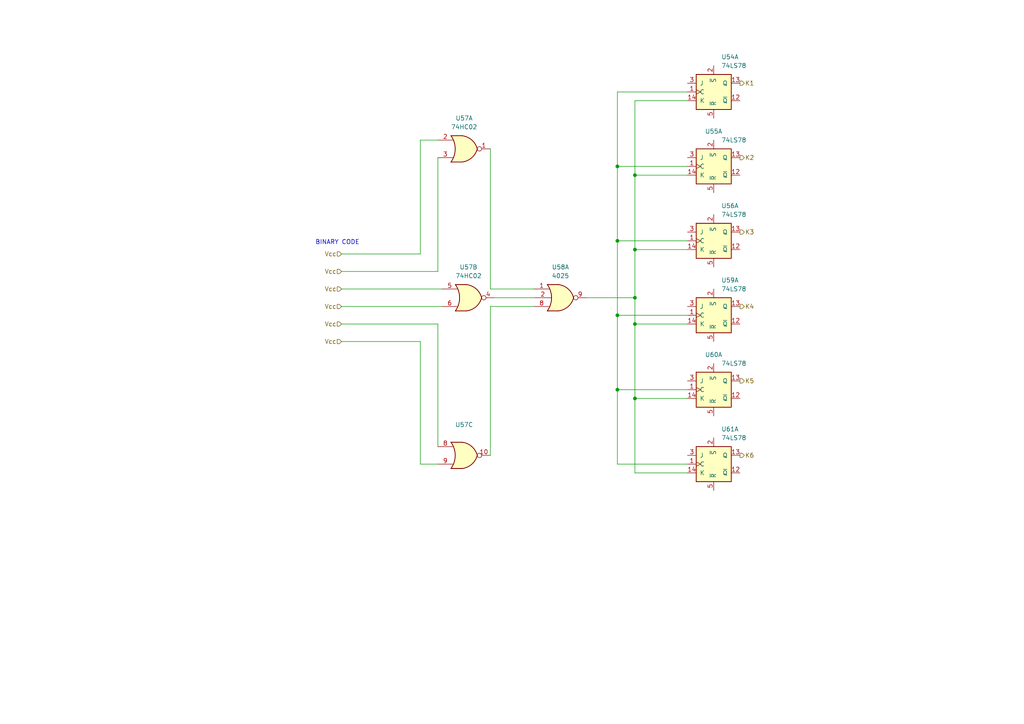
<source format=kicad_sch>
(kicad_sch (version 20230121) (generator eeschema)

  (uuid d9b49627-c6a7-4016-8b04-3270d41b248d)

  (paper "A4")

  (lib_symbols
    (symbol "4xxx:4025" (pin_names (offset 1.016)) (in_bom yes) (on_board yes)
      (property "Reference" "U" (at 0 1.27 0)
        (effects (font (size 1.27 1.27)))
      )
      (property "Value" "4025" (at 0 -1.27 0)
        (effects (font (size 1.27 1.27)))
      )
      (property "Footprint" "" (at 0 0 0)
        (effects (font (size 1.27 1.27)) hide)
      )
      (property "Datasheet" "http://www.intersil.com/content/dam/Intersil/documents/cd40/cd4000bms-01bms-02bms-25bms.pdf" (at 0 0 0)
        (effects (font (size 1.27 1.27)) hide)
      )
      (property "ki_locked" "" (at 0 0 0)
        (effects (font (size 1.27 1.27)))
      )
      (property "ki_keywords" "CMOS Nor3" (at 0 0 0)
        (effects (font (size 1.27 1.27)) hide)
      )
      (property "ki_description" "Triple Nor 3 inputs" (at 0 0 0)
        (effects (font (size 1.27 1.27)) hide)
      )
      (property "ki_fp_filters" "DIP?14*" (at 0 0 0)
        (effects (font (size 1.27 1.27)) hide)
      )
      (symbol "4025_1_1"
        (arc (start -3.81 -3.81) (mid -2.589 0) (end -3.81 3.81)
          (stroke (width 0.254) (type default))
          (fill (type none))
        )
        (arc (start -0.6096 -3.81) (mid 2.1842 -2.5851) (end 3.81 0)
          (stroke (width 0.254) (type default))
          (fill (type background))
        )
        (polyline
          (pts
            (xy -3.81 -3.81)
            (xy -0.635 -3.81)
          )
          (stroke (width 0.254) (type default))
          (fill (type background))
        )
        (polyline
          (pts
            (xy -3.81 3.81)
            (xy -0.635 3.81)
          )
          (stroke (width 0.254) (type default))
          (fill (type background))
        )
        (polyline
          (pts
            (xy -0.635 3.81)
            (xy -3.81 3.81)
            (xy -3.81 3.81)
            (xy -3.556 3.4036)
            (xy -3.0226 2.2606)
            (xy -2.6924 1.0414)
            (xy -2.6162 -0.254)
            (xy -2.7686 -1.4986)
            (xy -3.175 -2.7178)
            (xy -3.81 -3.81)
            (xy -3.81 -3.81)
            (xy -0.635 -3.81)
          )
          (stroke (width -25.4) (type default))
          (fill (type background))
        )
        (arc (start 3.81 0) (mid 2.1915 2.5936) (end -0.6096 3.81)
          (stroke (width 0.254) (type default))
          (fill (type background))
        )
        (pin input line (at -7.62 2.54 0) (length 4.318)
          (name "~" (effects (font (size 1.27 1.27))))
          (number "1" (effects (font (size 1.27 1.27))))
        )
        (pin input line (at -7.62 0 0) (length 4.953)
          (name "~" (effects (font (size 1.27 1.27))))
          (number "2" (effects (font (size 1.27 1.27))))
        )
        (pin input line (at -7.62 -2.54 0) (length 4.318)
          (name "~" (effects (font (size 1.27 1.27))))
          (number "8" (effects (font (size 1.27 1.27))))
        )
        (pin output inverted (at 7.62 0 180) (length 3.81)
          (name "~" (effects (font (size 1.27 1.27))))
          (number "9" (effects (font (size 1.27 1.27))))
        )
      )
      (symbol "4025_1_2"
        (arc (start 0 -3.81) (mid 3.7934 0) (end 0 3.81)
          (stroke (width 0.254) (type default))
          (fill (type background))
        )
        (polyline
          (pts
            (xy 0 3.81)
            (xy -3.81 3.81)
            (xy -3.81 -3.81)
            (xy 0 -3.81)
          )
          (stroke (width 0.254) (type default))
          (fill (type background))
        )
        (pin input inverted (at -7.62 2.54 0) (length 3.81)
          (name "~" (effects (font (size 1.27 1.27))))
          (number "1" (effects (font (size 1.27 1.27))))
        )
        (pin input inverted (at -7.62 0 0) (length 3.81)
          (name "~" (effects (font (size 1.27 1.27))))
          (number "2" (effects (font (size 1.27 1.27))))
        )
        (pin input inverted (at -7.62 -2.54 0) (length 3.81)
          (name "~" (effects (font (size 1.27 1.27))))
          (number "8" (effects (font (size 1.27 1.27))))
        )
        (pin output line (at 7.62 0 180) (length 3.81)
          (name "~" (effects (font (size 1.27 1.27))))
          (number "9" (effects (font (size 1.27 1.27))))
        )
      )
      (symbol "4025_2_1"
        (arc (start -3.81 -3.81) (mid -2.589 0) (end -3.81 3.81)
          (stroke (width 0.254) (type default))
          (fill (type none))
        )
        (arc (start -0.6096 -3.81) (mid 2.1842 -2.5851) (end 3.81 0)
          (stroke (width 0.254) (type default))
          (fill (type background))
        )
        (polyline
          (pts
            (xy -3.81 -3.81)
            (xy -0.635 -3.81)
          )
          (stroke (width 0.254) (type default))
          (fill (type background))
        )
        (polyline
          (pts
            (xy -3.81 3.81)
            (xy -0.635 3.81)
          )
          (stroke (width 0.254) (type default))
          (fill (type background))
        )
        (polyline
          (pts
            (xy -0.635 3.81)
            (xy -3.81 3.81)
            (xy -3.81 3.81)
            (xy -3.556 3.4036)
            (xy -3.0226 2.2606)
            (xy -2.6924 1.0414)
            (xy -2.6162 -0.254)
            (xy -2.7686 -1.4986)
            (xy -3.175 -2.7178)
            (xy -3.81 -3.81)
            (xy -3.81 -3.81)
            (xy -0.635 -3.81)
          )
          (stroke (width -25.4) (type default))
          (fill (type background))
        )
        (arc (start 3.81 0) (mid 2.1915 2.5936) (end -0.6096 3.81)
          (stroke (width 0.254) (type default))
          (fill (type background))
        )
        (pin input line (at -7.62 2.54 0) (length 4.318)
          (name "~" (effects (font (size 1.27 1.27))))
          (number "3" (effects (font (size 1.27 1.27))))
        )
        (pin input line (at -7.62 0 0) (length 4.953)
          (name "~" (effects (font (size 1.27 1.27))))
          (number "4" (effects (font (size 1.27 1.27))))
        )
        (pin input line (at -7.62 -2.54 0) (length 4.318)
          (name "~" (effects (font (size 1.27 1.27))))
          (number "5" (effects (font (size 1.27 1.27))))
        )
        (pin output inverted (at 7.62 0 180) (length 3.81)
          (name "~" (effects (font (size 1.27 1.27))))
          (number "6" (effects (font (size 1.27 1.27))))
        )
      )
      (symbol "4025_2_2"
        (arc (start 0 -3.81) (mid 3.7934 0) (end 0 3.81)
          (stroke (width 0.254) (type default))
          (fill (type background))
        )
        (polyline
          (pts
            (xy 0 3.81)
            (xy -3.81 3.81)
            (xy -3.81 -3.81)
            (xy 0 -3.81)
          )
          (stroke (width 0.254) (type default))
          (fill (type background))
        )
        (pin input inverted (at -7.62 2.54 0) (length 3.81)
          (name "~" (effects (font (size 1.27 1.27))))
          (number "3" (effects (font (size 1.27 1.27))))
        )
        (pin input inverted (at -7.62 0 0) (length 3.81)
          (name "~" (effects (font (size 1.27 1.27))))
          (number "4" (effects (font (size 1.27 1.27))))
        )
        (pin input inverted (at -7.62 -2.54 0) (length 3.81)
          (name "~" (effects (font (size 1.27 1.27))))
          (number "5" (effects (font (size 1.27 1.27))))
        )
        (pin output line (at 7.62 0 180) (length 3.81)
          (name "~" (effects (font (size 1.27 1.27))))
          (number "6" (effects (font (size 1.27 1.27))))
        )
      )
      (symbol "4025_3_1"
        (arc (start -3.81 -3.81) (mid -2.589 0) (end -3.81 3.81)
          (stroke (width 0.254) (type default))
          (fill (type none))
        )
        (arc (start -0.6096 -3.81) (mid 2.1842 -2.5851) (end 3.81 0)
          (stroke (width 0.254) (type default))
          (fill (type background))
        )
        (polyline
          (pts
            (xy -3.81 -3.81)
            (xy -0.635 -3.81)
          )
          (stroke (width 0.254) (type default))
          (fill (type background))
        )
        (polyline
          (pts
            (xy -3.81 3.81)
            (xy -0.635 3.81)
          )
          (stroke (width 0.254) (type default))
          (fill (type background))
        )
        (polyline
          (pts
            (xy -0.635 3.81)
            (xy -3.81 3.81)
            (xy -3.81 3.81)
            (xy -3.556 3.4036)
            (xy -3.0226 2.2606)
            (xy -2.6924 1.0414)
            (xy -2.6162 -0.254)
            (xy -2.7686 -1.4986)
            (xy -3.175 -2.7178)
            (xy -3.81 -3.81)
            (xy -3.81 -3.81)
            (xy -0.635 -3.81)
          )
          (stroke (width -25.4) (type default))
          (fill (type background))
        )
        (arc (start 3.81 0) (mid 2.1915 2.5936) (end -0.6096 3.81)
          (stroke (width 0.254) (type default))
          (fill (type background))
        )
        (pin output inverted (at 7.62 0 180) (length 3.81)
          (name "~" (effects (font (size 1.27 1.27))))
          (number "10" (effects (font (size 1.27 1.27))))
        )
        (pin input line (at -7.62 2.54 0) (length 4.318)
          (name "~" (effects (font (size 1.27 1.27))))
          (number "11" (effects (font (size 1.27 1.27))))
        )
        (pin input line (at -7.62 0 0) (length 4.953)
          (name "~" (effects (font (size 1.27 1.27))))
          (number "12" (effects (font (size 1.27 1.27))))
        )
        (pin input line (at -7.62 -2.54 0) (length 4.318)
          (name "~" (effects (font (size 1.27 1.27))))
          (number "13" (effects (font (size 1.27 1.27))))
        )
      )
      (symbol "4025_3_2"
        (arc (start 0 -3.81) (mid 3.7934 0) (end 0 3.81)
          (stroke (width 0.254) (type default))
          (fill (type background))
        )
        (polyline
          (pts
            (xy 0 3.81)
            (xy -3.81 3.81)
            (xy -3.81 -3.81)
            (xy 0 -3.81)
          )
          (stroke (width 0.254) (type default))
          (fill (type background))
        )
        (pin output line (at 7.62 0 180) (length 3.81)
          (name "~" (effects (font (size 1.27 1.27))))
          (number "10" (effects (font (size 1.27 1.27))))
        )
        (pin input inverted (at -7.62 2.54 0) (length 3.81)
          (name "~" (effects (font (size 1.27 1.27))))
          (number "11" (effects (font (size 1.27 1.27))))
        )
        (pin input inverted (at -7.62 0 0) (length 3.81)
          (name "~" (effects (font (size 1.27 1.27))))
          (number "12" (effects (font (size 1.27 1.27))))
        )
        (pin input inverted (at -7.62 -2.54 0) (length 3.81)
          (name "~" (effects (font (size 1.27 1.27))))
          (number "13" (effects (font (size 1.27 1.27))))
        )
      )
      (symbol "4025_4_0"
        (pin power_in line (at 0 12.7 270) (length 5.08)
          (name "VDD" (effects (font (size 1.27 1.27))))
          (number "14" (effects (font (size 1.27 1.27))))
        )
        (pin power_in line (at 0 -12.7 90) (length 5.08)
          (name "VSS" (effects (font (size 1.27 1.27))))
          (number "7" (effects (font (size 1.27 1.27))))
        )
      )
      (symbol "4025_4_1"
        (rectangle (start -5.08 7.62) (end 5.08 -7.62)
          (stroke (width 0.254) (type default))
          (fill (type background))
        )
      )
    )
    (symbol "74xx:74HC02" (pin_names (offset 1.016)) (in_bom yes) (on_board yes)
      (property "Reference" "U" (at 0 1.27 0)
        (effects (font (size 1.27 1.27)))
      )
      (property "Value" "74HC02" (at 0 -1.27 0)
        (effects (font (size 1.27 1.27)))
      )
      (property "Footprint" "" (at 0 0 0)
        (effects (font (size 1.27 1.27)) hide)
      )
      (property "Datasheet" "http://www.ti.com/lit/gpn/sn74hc02" (at 0 0 0)
        (effects (font (size 1.27 1.27)) hide)
      )
      (property "ki_locked" "" (at 0 0 0)
        (effects (font (size 1.27 1.27)))
      )
      (property "ki_keywords" "HCMOS Nor2" (at 0 0 0)
        (effects (font (size 1.27 1.27)) hide)
      )
      (property "ki_description" "quad 2-input NOR gate" (at 0 0 0)
        (effects (font (size 1.27 1.27)) hide)
      )
      (property "ki_fp_filters" "SO14* DIP*W7.62mm*" (at 0 0 0)
        (effects (font (size 1.27 1.27)) hide)
      )
      (symbol "74HC02_1_1"
        (arc (start -3.81 -3.81) (mid -2.589 0) (end -3.81 3.81)
          (stroke (width 0.254) (type default))
          (fill (type none))
        )
        (arc (start -0.6096 -3.81) (mid 2.1842 -2.5851) (end 3.81 0)
          (stroke (width 0.254) (type default))
          (fill (type background))
        )
        (polyline
          (pts
            (xy -3.81 -3.81)
            (xy -0.635 -3.81)
          )
          (stroke (width 0.254) (type default))
          (fill (type background))
        )
        (polyline
          (pts
            (xy -3.81 3.81)
            (xy -0.635 3.81)
          )
          (stroke (width 0.254) (type default))
          (fill (type background))
        )
        (polyline
          (pts
            (xy -0.635 3.81)
            (xy -3.81 3.81)
            (xy -3.81 3.81)
            (xy -3.556 3.4036)
            (xy -3.0226 2.2606)
            (xy -2.6924 1.0414)
            (xy -2.6162 -0.254)
            (xy -2.7686 -1.4986)
            (xy -3.175 -2.7178)
            (xy -3.81 -3.81)
            (xy -3.81 -3.81)
            (xy -0.635 -3.81)
          )
          (stroke (width -25.4) (type default))
          (fill (type background))
        )
        (arc (start 3.81 0) (mid 2.1915 2.5936) (end -0.6096 3.81)
          (stroke (width 0.254) (type default))
          (fill (type background))
        )
        (pin output inverted (at 7.62 0 180) (length 3.81)
          (name "~" (effects (font (size 1.27 1.27))))
          (number "1" (effects (font (size 1.27 1.27))))
        )
        (pin input line (at -7.62 2.54 0) (length 4.318)
          (name "~" (effects (font (size 1.27 1.27))))
          (number "2" (effects (font (size 1.27 1.27))))
        )
        (pin input line (at -7.62 -2.54 0) (length 4.318)
          (name "~" (effects (font (size 1.27 1.27))))
          (number "3" (effects (font (size 1.27 1.27))))
        )
      )
      (symbol "74HC02_1_2"
        (arc (start 0 -3.81) (mid 3.7934 0) (end 0 3.81)
          (stroke (width 0.254) (type default))
          (fill (type background))
        )
        (polyline
          (pts
            (xy 0 3.81)
            (xy -3.81 3.81)
            (xy -3.81 -3.81)
            (xy 0 -3.81)
          )
          (stroke (width 0.254) (type default))
          (fill (type background))
        )
        (pin output line (at 7.62 0 180) (length 3.81)
          (name "~" (effects (font (size 1.27 1.27))))
          (number "1" (effects (font (size 1.27 1.27))))
        )
        (pin input inverted (at -7.62 2.54 0) (length 3.81)
          (name "~" (effects (font (size 1.27 1.27))))
          (number "2" (effects (font (size 1.27 1.27))))
        )
        (pin input inverted (at -7.62 -2.54 0) (length 3.81)
          (name "~" (effects (font (size 1.27 1.27))))
          (number "3" (effects (font (size 1.27 1.27))))
        )
      )
      (symbol "74HC02_2_1"
        (arc (start -3.81 -3.81) (mid -2.589 0) (end -3.81 3.81)
          (stroke (width 0.254) (type default))
          (fill (type none))
        )
        (arc (start -0.6096 -3.81) (mid 2.1842 -2.5851) (end 3.81 0)
          (stroke (width 0.254) (type default))
          (fill (type background))
        )
        (polyline
          (pts
            (xy -3.81 -3.81)
            (xy -0.635 -3.81)
          )
          (stroke (width 0.254) (type default))
          (fill (type background))
        )
        (polyline
          (pts
            (xy -3.81 3.81)
            (xy -0.635 3.81)
          )
          (stroke (width 0.254) (type default))
          (fill (type background))
        )
        (polyline
          (pts
            (xy -0.635 3.81)
            (xy -3.81 3.81)
            (xy -3.81 3.81)
            (xy -3.556 3.4036)
            (xy -3.0226 2.2606)
            (xy -2.6924 1.0414)
            (xy -2.6162 -0.254)
            (xy -2.7686 -1.4986)
            (xy -3.175 -2.7178)
            (xy -3.81 -3.81)
            (xy -3.81 -3.81)
            (xy -0.635 -3.81)
          )
          (stroke (width -25.4) (type default))
          (fill (type background))
        )
        (arc (start 3.81 0) (mid 2.1915 2.5936) (end -0.6096 3.81)
          (stroke (width 0.254) (type default))
          (fill (type background))
        )
        (pin output inverted (at 7.62 0 180) (length 3.81)
          (name "~" (effects (font (size 1.27 1.27))))
          (number "4" (effects (font (size 1.27 1.27))))
        )
        (pin input line (at -7.62 2.54 0) (length 4.318)
          (name "~" (effects (font (size 1.27 1.27))))
          (number "5" (effects (font (size 1.27 1.27))))
        )
        (pin input line (at -7.62 -2.54 0) (length 4.318)
          (name "~" (effects (font (size 1.27 1.27))))
          (number "6" (effects (font (size 1.27 1.27))))
        )
      )
      (symbol "74HC02_2_2"
        (arc (start 0 -3.81) (mid 3.7934 0) (end 0 3.81)
          (stroke (width 0.254) (type default))
          (fill (type background))
        )
        (polyline
          (pts
            (xy 0 3.81)
            (xy -3.81 3.81)
            (xy -3.81 -3.81)
            (xy 0 -3.81)
          )
          (stroke (width 0.254) (type default))
          (fill (type background))
        )
        (pin output line (at 7.62 0 180) (length 3.81)
          (name "~" (effects (font (size 1.27 1.27))))
          (number "4" (effects (font (size 1.27 1.27))))
        )
        (pin input inverted (at -7.62 2.54 0) (length 3.81)
          (name "~" (effects (font (size 1.27 1.27))))
          (number "5" (effects (font (size 1.27 1.27))))
        )
        (pin input inverted (at -7.62 -2.54 0) (length 3.81)
          (name "~" (effects (font (size 1.27 1.27))))
          (number "6" (effects (font (size 1.27 1.27))))
        )
      )
      (symbol "74HC02_3_1"
        (arc (start -3.81 -3.81) (mid -2.589 0) (end -3.81 3.81)
          (stroke (width 0.254) (type default))
          (fill (type none))
        )
        (arc (start -0.6096 -3.81) (mid 2.1842 -2.5851) (end 3.81 0)
          (stroke (width 0.254) (type default))
          (fill (type background))
        )
        (polyline
          (pts
            (xy -3.81 -3.81)
            (xy -0.635 -3.81)
          )
          (stroke (width 0.254) (type default))
          (fill (type background))
        )
        (polyline
          (pts
            (xy -3.81 3.81)
            (xy -0.635 3.81)
          )
          (stroke (width 0.254) (type default))
          (fill (type background))
        )
        (polyline
          (pts
            (xy -0.635 3.81)
            (xy -3.81 3.81)
            (xy -3.81 3.81)
            (xy -3.556 3.4036)
            (xy -3.0226 2.2606)
            (xy -2.6924 1.0414)
            (xy -2.6162 -0.254)
            (xy -2.7686 -1.4986)
            (xy -3.175 -2.7178)
            (xy -3.81 -3.81)
            (xy -3.81 -3.81)
            (xy -0.635 -3.81)
          )
          (stroke (width -25.4) (type default))
          (fill (type background))
        )
        (arc (start 3.81 0) (mid 2.1915 2.5936) (end -0.6096 3.81)
          (stroke (width 0.254) (type default))
          (fill (type background))
        )
        (pin output inverted (at 7.62 0 180) (length 3.81)
          (name "~" (effects (font (size 1.27 1.27))))
          (number "10" (effects (font (size 1.27 1.27))))
        )
        (pin input line (at -7.62 2.54 0) (length 4.318)
          (name "~" (effects (font (size 1.27 1.27))))
          (number "8" (effects (font (size 1.27 1.27))))
        )
        (pin input line (at -7.62 -2.54 0) (length 4.318)
          (name "~" (effects (font (size 1.27 1.27))))
          (number "9" (effects (font (size 1.27 1.27))))
        )
      )
      (symbol "74HC02_3_2"
        (arc (start 0 -3.81) (mid 3.7934 0) (end 0 3.81)
          (stroke (width 0.254) (type default))
          (fill (type background))
        )
        (polyline
          (pts
            (xy 0 3.81)
            (xy -3.81 3.81)
            (xy -3.81 -3.81)
            (xy 0 -3.81)
          )
          (stroke (width 0.254) (type default))
          (fill (type background))
        )
        (pin output line (at 7.62 0 180) (length 3.81)
          (name "~" (effects (font (size 1.27 1.27))))
          (number "10" (effects (font (size 1.27 1.27))))
        )
        (pin input inverted (at -7.62 2.54 0) (length 3.81)
          (name "~" (effects (font (size 1.27 1.27))))
          (number "8" (effects (font (size 1.27 1.27))))
        )
        (pin input inverted (at -7.62 -2.54 0) (length 3.81)
          (name "~" (effects (font (size 1.27 1.27))))
          (number "9" (effects (font (size 1.27 1.27))))
        )
      )
      (symbol "74HC02_4_1"
        (arc (start -3.81 -3.81) (mid -2.589 0) (end -3.81 3.81)
          (stroke (width 0.254) (type default))
          (fill (type none))
        )
        (arc (start -0.6096 -3.81) (mid 2.1842 -2.5851) (end 3.81 0)
          (stroke (width 0.254) (type default))
          (fill (type background))
        )
        (polyline
          (pts
            (xy -3.81 -3.81)
            (xy -0.635 -3.81)
          )
          (stroke (width 0.254) (type default))
          (fill (type background))
        )
        (polyline
          (pts
            (xy -3.81 3.81)
            (xy -0.635 3.81)
          )
          (stroke (width 0.254) (type default))
          (fill (type background))
        )
        (polyline
          (pts
            (xy -0.635 3.81)
            (xy -3.81 3.81)
            (xy -3.81 3.81)
            (xy -3.556 3.4036)
            (xy -3.0226 2.2606)
            (xy -2.6924 1.0414)
            (xy -2.6162 -0.254)
            (xy -2.7686 -1.4986)
            (xy -3.175 -2.7178)
            (xy -3.81 -3.81)
            (xy -3.81 -3.81)
            (xy -0.635 -3.81)
          )
          (stroke (width -25.4) (type default))
          (fill (type background))
        )
        (arc (start 3.81 0) (mid 2.1915 2.5936) (end -0.6096 3.81)
          (stroke (width 0.254) (type default))
          (fill (type background))
        )
        (pin input line (at -7.62 2.54 0) (length 4.318)
          (name "~" (effects (font (size 1.27 1.27))))
          (number "11" (effects (font (size 1.27 1.27))))
        )
        (pin input line (at -7.62 -2.54 0) (length 4.318)
          (name "~" (effects (font (size 1.27 1.27))))
          (number "12" (effects (font (size 1.27 1.27))))
        )
        (pin output inverted (at 7.62 0 180) (length 3.81)
          (name "~" (effects (font (size 1.27 1.27))))
          (number "13" (effects (font (size 1.27 1.27))))
        )
      )
      (symbol "74HC02_4_2"
        (arc (start 0 -3.81) (mid 3.7934 0) (end 0 3.81)
          (stroke (width 0.254) (type default))
          (fill (type background))
        )
        (polyline
          (pts
            (xy 0 3.81)
            (xy -3.81 3.81)
            (xy -3.81 -3.81)
            (xy 0 -3.81)
          )
          (stroke (width 0.254) (type default))
          (fill (type background))
        )
        (pin input inverted (at -7.62 2.54 0) (length 3.81)
          (name "~" (effects (font (size 1.27 1.27))))
          (number "11" (effects (font (size 1.27 1.27))))
        )
        (pin input inverted (at -7.62 -2.54 0) (length 3.81)
          (name "~" (effects (font (size 1.27 1.27))))
          (number "12" (effects (font (size 1.27 1.27))))
        )
        (pin output line (at 7.62 0 180) (length 3.81)
          (name "~" (effects (font (size 1.27 1.27))))
          (number "13" (effects (font (size 1.27 1.27))))
        )
      )
      (symbol "74HC02_5_0"
        (pin power_in line (at 0 12.7 270) (length 5.08)
          (name "VCC" (effects (font (size 1.27 1.27))))
          (number "14" (effects (font (size 1.27 1.27))))
        )
        (pin power_in line (at 0 -12.7 90) (length 5.08)
          (name "GND" (effects (font (size 1.27 1.27))))
          (number "7" (effects (font (size 1.27 1.27))))
        )
      )
      (symbol "74HC02_5_1"
        (rectangle (start -5.08 7.62) (end 5.08 -7.62)
          (stroke (width 0.254) (type default))
          (fill (type background))
        )
      )
    )
    (symbol "74xx:74LS78" (pin_names (offset 1.016)) (in_bom yes) (on_board yes)
      (property "Reference" "U" (at -7.62 8.89 0)
        (effects (font (size 1.27 1.27)))
      )
      (property "Value" "74LS78" (at -7.62 -8.89 0)
        (effects (font (size 1.27 1.27)))
      )
      (property "Footprint" "" (at 0 0 0)
        (effects (font (size 1.27 1.27)) hide)
      )
      (property "Datasheet" "http://www.ti.com/lit/gpn/sn74LS78" (at 0 0 0)
        (effects (font (size 1.27 1.27)) hide)
      )
      (property "ki_locked" "" (at 0 0 0)
        (effects (font (size 1.27 1.27)))
      )
      (property "ki_keywords" "TTL JK JKFF" (at 0 0 0)
        (effects (font (size 1.27 1.27)) hide)
      )
      (property "ki_description" "Dual JK Flip-flop, Set, Common clock & reset" (at 0 0 0)
        (effects (font (size 1.27 1.27)) hide)
      )
      (property "ki_fp_filters" "DIP*W7.62mm*" (at 0 0 0)
        (effects (font (size 1.27 1.27)) hide)
      )
      (symbol "74LS78_1_0"
        (pin input clock (at -7.62 0 0) (length 2.54)
          (name "C" (effects (font (size 1.27 1.27))))
          (number "1" (effects (font (size 1.27 1.27))))
        )
        (pin output line (at 7.62 -2.54 180) (length 2.54)
          (name "~{Q}" (effects (font (size 1.27 1.27))))
          (number "12" (effects (font (size 1.27 1.27))))
        )
        (pin output line (at 7.62 2.54 180) (length 2.54)
          (name "Q" (effects (font (size 1.27 1.27))))
          (number "13" (effects (font (size 1.27 1.27))))
        )
        (pin input line (at -7.62 -2.54 0) (length 2.54)
          (name "K" (effects (font (size 1.27 1.27))))
          (number "14" (effects (font (size 1.27 1.27))))
        )
        (pin input line (at 0 7.62 270) (length 2.54)
          (name "~{S}" (effects (font (size 1.27 1.27))))
          (number "2" (effects (font (size 1.27 1.27))))
        )
        (pin input line (at -7.62 2.54 0) (length 2.54)
          (name "J" (effects (font (size 1.27 1.27))))
          (number "3" (effects (font (size 1.27 1.27))))
        )
        (pin input line (at 0 -7.62 90) (length 2.54)
          (name "~{R}" (effects (font (size 1.27 1.27))))
          (number "5" (effects (font (size 1.27 1.27))))
        )
      )
      (symbol "74LS78_1_1"
        (rectangle (start -5.08 5.08) (end 5.08 -5.08)
          (stroke (width 0.254) (type default))
          (fill (type background))
        )
      )
      (symbol "74LS78_2_0"
        (pin input clock (at -7.62 0 0) (length 2.54)
          (name "C" (effects (font (size 1.27 1.27))))
          (number "1" (effects (font (size 1.27 1.27))))
        )
        (pin input line (at -7.62 2.54 0) (length 2.54)
          (name "J" (effects (font (size 1.27 1.27))))
          (number "10" (effects (font (size 1.27 1.27))))
        )
        (pin input line (at 0 -7.62 90) (length 2.54)
          (name "~{R}" (effects (font (size 1.27 1.27))))
          (number "5" (effects (font (size 1.27 1.27))))
        )
        (pin input line (at 0 7.62 270) (length 2.54)
          (name "~{S}" (effects (font (size 1.27 1.27))))
          (number "6" (effects (font (size 1.27 1.27))))
        )
        (pin input line (at -7.62 -2.54 0) (length 2.54)
          (name "K" (effects (font (size 1.27 1.27))))
          (number "7" (effects (font (size 1.27 1.27))))
        )
        (pin output line (at 7.62 2.54 180) (length 2.54)
          (name "Q" (effects (font (size 1.27 1.27))))
          (number "8" (effects (font (size 1.27 1.27))))
        )
        (pin output line (at 7.62 -2.54 180) (length 2.54)
          (name "~{Q}" (effects (font (size 1.27 1.27))))
          (number "9" (effects (font (size 1.27 1.27))))
        )
      )
      (symbol "74LS78_2_1"
        (rectangle (start -5.08 5.08) (end 5.08 -5.08)
          (stroke (width 0.254) (type default))
          (fill (type background))
        )
      )
      (symbol "74LS78_3_0"
        (pin power_in line (at 0 -10.16 90) (length 2.54)
          (name "GND" (effects (font (size 1.27 1.27))))
          (number "11" (effects (font (size 1.27 1.27))))
        )
        (pin power_in line (at 0 10.16 270) (length 2.54)
          (name "VCC" (effects (font (size 1.27 1.27))))
          (number "4" (effects (font (size 1.27 1.27))))
        )
      )
      (symbol "74LS78_3_1"
        (rectangle (start -5.08 7.62) (end 5.08 -7.62)
          (stroke (width 0.254) (type default))
          (fill (type background))
        )
      )
    )
  )

  (junction (at 179.07 48.26) (diameter 0) (color 0 0 0 0)
    (uuid 08f1582b-c0bf-4724-8e46-8300053ed7eb)
  )
  (junction (at 179.07 69.85) (diameter 0) (color 0 0 0 0)
    (uuid 244c0428-3227-4244-aa47-f965fc30a552)
  )
  (junction (at 184.15 93.98) (diameter 0) (color 0 0 0 0)
    (uuid 250497e1-c320-46c6-81e4-323fd2b02c63)
  )
  (junction (at 179.07 91.44) (diameter 0) (color 0 0 0 0)
    (uuid 3b399d6f-b218-497a-ad5f-511466e60ed0)
  )
  (junction (at 184.15 50.8) (diameter 0) (color 0 0 0 0)
    (uuid 6396be99-28c6-478d-a7bf-18c8b07d377b)
  )
  (junction (at 179.07 113.03) (diameter 0) (color 0 0 0 0)
    (uuid a014f166-b549-4cb0-b38c-ec191159fc92)
  )
  (junction (at 184.15 115.57) (diameter 0) (color 0 0 0 0)
    (uuid bf0da691-541f-430d-a2fb-29934eb180bc)
  )
  (junction (at 184.15 86.36) (diameter 0) (color 0 0 0 0)
    (uuid c79e905e-ef2e-4bd4-9642-3ea4b9928833)
  )
  (junction (at 184.15 72.39) (diameter 0) (color 0 0 0 0)
    (uuid dd4141ee-0c39-47c1-bd71-6bc6ca07ffd2)
  )

  (wire (pts (xy 99.06 88.9) (xy 128.27 88.9))
    (stroke (width 0) (type default))
    (uuid 01299545-e6a9-49ad-9d55-c5c4acad1043)
  )
  (wire (pts (xy 121.92 134.62) (xy 127 134.62))
    (stroke (width 0) (type default))
    (uuid 058a925a-47e1-4b83-bee7-44d5ecb9b6d2)
  )
  (wire (pts (xy 184.15 50.8) (xy 184.15 72.39))
    (stroke (width 0) (type default))
    (uuid 0e4ae9a6-bd85-4ffb-8880-a8138de5b5d1)
  )
  (wire (pts (xy 199.39 26.67) (xy 179.07 26.67))
    (stroke (width 0) (type default))
    (uuid 1281200e-9a55-4969-b0ef-01a16630cc18)
  )
  (wire (pts (xy 99.06 93.98) (xy 127 93.98))
    (stroke (width 0) (type default))
    (uuid 1c82a5a2-c97a-4102-93ab-0f80da87bd01)
  )
  (wire (pts (xy 184.15 72.39) (xy 184.15 86.36))
    (stroke (width 0) (type default))
    (uuid 1cda7d64-fd70-4925-aa4d-73d4f33b2117)
  )
  (wire (pts (xy 179.07 134.62) (xy 199.39 134.62))
    (stroke (width 0) (type default))
    (uuid 1e931088-b0a1-4fdb-8e0a-62e4a1b6635d)
  )
  (wire (pts (xy 142.24 88.9) (xy 154.94 88.9))
    (stroke (width 0) (type default))
    (uuid 1f0eba0a-a608-471a-9323-e9264c27edb7)
  )
  (wire (pts (xy 179.07 91.44) (xy 179.07 113.03))
    (stroke (width 0) (type default))
    (uuid 2ad008a2-8d12-4f09-be86-578b3ac333ec)
  )
  (wire (pts (xy 99.06 73.66) (xy 121.92 73.66))
    (stroke (width 0) (type default))
    (uuid 316ff353-c7bd-432f-94b6-94d0a28e230a)
  )
  (wire (pts (xy 142.24 83.82) (xy 154.94 83.82))
    (stroke (width 0) (type default))
    (uuid 37f745ee-96e8-461a-933f-228d494b9d00)
  )
  (wire (pts (xy 199.39 29.21) (xy 184.15 29.21))
    (stroke (width 0) (type default))
    (uuid 3ccf11da-b227-4578-a1e1-24c31d891b70)
  )
  (wire (pts (xy 184.15 115.57) (xy 184.15 137.16))
    (stroke (width 0) (type default))
    (uuid 3e3736c7-c582-4d09-9e9a-109554447863)
  )
  (wire (pts (xy 184.15 50.8) (xy 199.39 50.8))
    (stroke (width 0) (type default))
    (uuid 588b1ca1-14c6-4ed4-b70b-df3b62590371)
  )
  (wire (pts (xy 99.06 78.74) (xy 127 78.74))
    (stroke (width 0) (type default))
    (uuid 605eab74-0f1f-427d-824e-d3b80cb9257e)
  )
  (wire (pts (xy 179.07 26.67) (xy 179.07 48.26))
    (stroke (width 0) (type default))
    (uuid 640ab5a9-6fd2-48a8-893d-ee6d19dff4b5)
  )
  (wire (pts (xy 179.07 113.03) (xy 199.39 113.03))
    (stroke (width 0) (type default))
    (uuid 6a728092-576e-48db-af29-eab31d5cfe3b)
  )
  (wire (pts (xy 99.06 83.82) (xy 128.27 83.82))
    (stroke (width 0) (type default))
    (uuid 6d2377ca-5651-4933-b614-c816314fcb98)
  )
  (wire (pts (xy 179.07 69.85) (xy 199.39 69.85))
    (stroke (width 0) (type default))
    (uuid 6ddd885b-9f00-4fb5-8555-9367cbae2cf9)
  )
  (wire (pts (xy 99.06 99.06) (xy 121.92 99.06))
    (stroke (width 0) (type default))
    (uuid 719653b8-d9b0-4d23-a09a-0feb92cbb9d7)
  )
  (wire (pts (xy 142.24 43.18) (xy 142.24 83.82))
    (stroke (width 0) (type default))
    (uuid 86dcc22e-e30f-48ef-8b3d-bc07d54e2415)
  )
  (wire (pts (xy 170.18 86.36) (xy 184.15 86.36))
    (stroke (width 0) (type default))
    (uuid 87700fb6-274b-4e16-a623-6ae6eef44087)
  )
  (wire (pts (xy 184.15 93.98) (xy 184.15 115.57))
    (stroke (width 0) (type default))
    (uuid 8a61ea00-d836-457c-ab4d-dd199b60ccb4)
  )
  (wire (pts (xy 179.07 113.03) (xy 179.07 134.62))
    (stroke (width 0) (type default))
    (uuid 9420d569-f368-43f7-a00a-8eaad47e9a2d)
  )
  (wire (pts (xy 184.15 115.57) (xy 199.39 115.57))
    (stroke (width 0) (type default))
    (uuid 990a8d3d-c351-4e9a-8d28-675b90307c7a)
  )
  (wire (pts (xy 184.15 137.16) (xy 199.39 137.16))
    (stroke (width 0) (type default))
    (uuid aa354f91-62ea-4cc6-a184-858272d88771)
  )
  (wire (pts (xy 179.07 48.26) (xy 179.07 69.85))
    (stroke (width 0) (type default))
    (uuid adde2393-c4ee-42a6-9a60-bb281f3a9b75)
  )
  (wire (pts (xy 121.92 99.06) (xy 121.92 134.62))
    (stroke (width 0) (type default))
    (uuid bc818c5f-0e76-493d-9ed6-f60b92aae510)
  )
  (wire (pts (xy 142.24 88.9) (xy 142.24 132.08))
    (stroke (width 0) (type default))
    (uuid cc0f4bb9-7f50-4a79-9941-25445b8c0c20)
  )
  (wire (pts (xy 179.07 48.26) (xy 199.39 48.26))
    (stroke (width 0) (type default))
    (uuid d1a3b3e2-17b4-4471-8e82-c5e15942c0fb)
  )
  (wire (pts (xy 184.15 93.98) (xy 199.39 93.98))
    (stroke (width 0) (type default))
    (uuid d3d0cda8-2c19-441a-9d5a-15d586c54f87)
  )
  (wire (pts (xy 127 78.74) (xy 127 45.72))
    (stroke (width 0) (type default))
    (uuid d860ceeb-c6c5-413c-b533-8398d33a5785)
  )
  (wire (pts (xy 184.15 72.39) (xy 199.39 72.39))
    (stroke (width 0) (type default))
    (uuid db211a6e-0ca0-4e6d-9953-bdb7e99e64cb)
  )
  (wire (pts (xy 127 93.98) (xy 127 129.54))
    (stroke (width 0) (type default))
    (uuid e1009ef2-bcb0-466d-a159-e5bb5093ca7b)
  )
  (wire (pts (xy 121.92 73.66) (xy 121.92 40.64))
    (stroke (width 0) (type default))
    (uuid eb950d0c-774c-4612-9a8a-ed3ced05ce44)
  )
  (wire (pts (xy 121.92 40.64) (xy 127 40.64))
    (stroke (width 0) (type default))
    (uuid eb9c707a-0c93-4bc7-afe7-7fa7fd04f224)
  )
  (wire (pts (xy 179.07 69.85) (xy 179.07 91.44))
    (stroke (width 0) (type default))
    (uuid f25ce18a-94b8-4b82-bc6b-b58ff33150bf)
  )
  (wire (pts (xy 184.15 29.21) (xy 184.15 50.8))
    (stroke (width 0) (type default))
    (uuid f29345c5-4713-48ca-aa6a-765f3c449954)
  )
  (wire (pts (xy 199.39 91.44) (xy 179.07 91.44))
    (stroke (width 0) (type default))
    (uuid f3f26605-4e93-4343-8180-130377f885a7)
  )
  (wire (pts (xy 143.51 86.36) (xy 154.94 86.36))
    (stroke (width 0) (type default))
    (uuid f590de5c-91c2-4eaf-9ecd-c3facd4a485f)
  )
  (wire (pts (xy 184.15 86.36) (xy 184.15 93.98))
    (stroke (width 0) (type default))
    (uuid fca07b3c-0995-401b-a746-5e0a7dd84720)
  )

  (text "BINARY CODE" (at 91.44 71.12 0)
    (effects (font (size 1.27 1.27)) (justify left bottom))
    (uuid 2d3d018d-f2ed-4700-9d30-106d8731b322)
  )

  (hierarchical_label "K2" (shape output) (at 214.63 45.72 0) (fields_autoplaced)
    (effects (font (size 1.27 1.27)) (justify left))
    (uuid 049294e0-9a3a-4f0c-9f74-5e8c0018c4ab)
  )
  (hierarchical_label "Vcc" (shape input) (at 99.06 88.9 180) (fields_autoplaced)
    (effects (font (size 1.27 1.27)) (justify right))
    (uuid 0b0e3899-f027-4f7c-bb17-c244a339f3c0)
  )
  (hierarchical_label "Vcc" (shape input) (at 99.06 78.74 180) (fields_autoplaced)
    (effects (font (size 1.27 1.27)) (justify right))
    (uuid 1828b115-e3fe-41ad-b149-d82f2fb547aa)
  )
  (hierarchical_label "Vcc" (shape input) (at 99.06 83.82 180) (fields_autoplaced)
    (effects (font (size 1.27 1.27)) (justify right))
    (uuid 2fdd8117-ea89-43a4-bdae-9b07fd3686c2)
  )
  (hierarchical_label "Vcc" (shape input) (at 99.06 93.98 180) (fields_autoplaced)
    (effects (font (size 1.27 1.27)) (justify right))
    (uuid 659f4fa4-4d78-4eee-ad07-d1c1782f06a0)
  )
  (hierarchical_label "K3" (shape output) (at 214.63 67.31 0) (fields_autoplaced)
    (effects (font (size 1.27 1.27)) (justify left))
    (uuid 68eb7ff9-07cd-4d4e-a979-957e513bd741)
  )
  (hierarchical_label "K6" (shape output) (at 214.63 132.08 0) (fields_autoplaced)
    (effects (font (size 1.27 1.27)) (justify left))
    (uuid 77d18437-e244-482d-95ac-d5b1a22cefc5)
  )
  (hierarchical_label "Vcc" (shape input) (at 99.06 73.66 180) (fields_autoplaced)
    (effects (font (size 1.27 1.27)) (justify right))
    (uuid 7be8c294-3a24-4b3b-b51e-cce4556295f3)
  )
  (hierarchical_label "Vcc" (shape input) (at 99.06 99.06 180) (fields_autoplaced)
    (effects (font (size 1.27 1.27)) (justify right))
    (uuid 8d8aac0f-a1e2-4d84-a221-9eff50d5a140)
  )
  (hierarchical_label "K1" (shape output) (at 214.63 24.13 0) (fields_autoplaced)
    (effects (font (size 1.27 1.27)) (justify left))
    (uuid 9d4e6f05-ad9e-4388-80db-c3412c61d850)
  )
  (hierarchical_label "K5" (shape output) (at 214.63 110.49 0) (fields_autoplaced)
    (effects (font (size 1.27 1.27)) (justify left))
    (uuid ae23b4ea-9b15-4afa-b31a-db678ba0a169)
  )
  (hierarchical_label "K4" (shape output) (at 214.63 88.9 0) (fields_autoplaced)
    (effects (font (size 1.27 1.27)) (justify left))
    (uuid f784cc1e-bd35-4df6-b9a6-0e4324383301)
  )

  (symbol (lib_id "74xx:74HC02") (at 134.62 43.18 0) (unit 1)
    (in_bom yes) (on_board yes) (dnp no) (fields_autoplaced)
    (uuid 074ccc7d-2b3e-4283-a0c3-4a06d7e310ed)
    (property "Reference" "U57" (at 134.62 34.29 0)
      (effects (font (size 1.27 1.27)))
    )
    (property "Value" "74HC02" (at 134.62 36.83 0)
      (effects (font (size 1.27 1.27)))
    )
    (property "Footprint" "" (at 134.62 43.18 0)
      (effects (font (size 1.27 1.27)) hide)
    )
    (property "Datasheet" "http://www.ti.com/lit/gpn/sn74hc02" (at 134.62 43.18 0)
      (effects (font (size 1.27 1.27)) hide)
    )
    (pin "1" (uuid 65594242-5b1b-45c9-8a5a-26374f24bc7b))
    (pin "2" (uuid 511c74bd-ab7e-4590-8868-ea569166d94a))
    (pin "3" (uuid b1150512-4783-4ad8-947f-45024a5da656))
    (pin "4" (uuid 04c3e3d6-414c-4bc2-82be-12a309b92823))
    (pin "5" (uuid 8ba8426f-206a-4dc6-b237-d096b2a62908))
    (pin "6" (uuid aaf1c812-f16f-4353-af2c-19d27424256f))
    (pin "10" (uuid 6dd411d4-ea48-4552-8f8d-5fb625433121))
    (pin "8" (uuid 631ada31-8bef-40c7-a9e6-8dc9539e838b))
    (pin "9" (uuid e9e4b422-83ca-4dd1-8f67-3bc15bfe66e2))
    (pin "11" (uuid e5ed4169-f72b-4044-954a-9868022bae01))
    (pin "12" (uuid 57f0120a-8a63-40fa-add5-163f16891e35))
    (pin "13" (uuid 36106d14-68e1-4e6f-a8e6-154a19d08fea))
    (pin "14" (uuid 2f9b8647-d7d2-4b99-bf7a-d3b43e5b7752))
    (pin "7" (uuid e595f2a2-00d7-4433-a56c-c1cfbbfd2644))
    (instances
      (project "szinti"
        (path "/c9b1620a-569f-4770-8753-fedfc7271ef5/4e4dea23-2f17-463b-9ca5-2828f8ff861a/c8b5ab91-494f-4421-84d4-01626ca411ba"
          (reference "U57") (unit 1)
        )
      )
    )
  )

  (symbol (lib_id "74xx:74LS78") (at 207.01 69.85 0) (unit 1)
    (in_bom yes) (on_board yes) (dnp no) (fields_autoplaced)
    (uuid 13eb31d1-42f5-43be-86de-9d65d0211303)
    (property "Reference" "U56" (at 209.2041 59.69 0)
      (effects (font (size 1.27 1.27)) (justify left))
    )
    (property "Value" "74LS78" (at 209.2041 62.23 0)
      (effects (font (size 1.27 1.27)) (justify left))
    )
    (property "Footprint" "" (at 207.01 69.85 0)
      (effects (font (size 1.27 1.27)) hide)
    )
    (property "Datasheet" "http://www.ti.com/lit/gpn/sn74LS78" (at 207.01 69.85 0)
      (effects (font (size 1.27 1.27)) hide)
    )
    (pin "1" (uuid 45ef0409-3daa-43b4-b093-adab96315d42))
    (pin "12" (uuid ca0a0674-c577-4b2c-8bb6-e64d50d97865))
    (pin "13" (uuid ae876806-71d5-4cef-827d-dcdbde8807a2))
    (pin "14" (uuid 4284082f-8d73-4d0c-9ce2-8ffe908b4495))
    (pin "2" (uuid 29cc4bc1-d5ed-4e45-b935-234b5d01ae71))
    (pin "3" (uuid 9c0e5589-abe3-42f1-8f91-f3412b5f01dd))
    (pin "5" (uuid 1a4de1de-24ea-427e-b02d-d66b3d926bca))
    (pin "1" (uuid 32122fb9-e491-43b8-9abf-16e8adc632e1))
    (pin "10" (uuid ea460ede-e37a-43db-9e0e-9f5b205b4ca1))
    (pin "5" (uuid 18561ad5-0e0c-4fb7-be00-39541b4a4ee7))
    (pin "6" (uuid cb30c222-a84e-4007-8ef4-b5829379959e))
    (pin "7" (uuid 590d5657-1fe3-4701-8968-073bd99002f0))
    (pin "8" (uuid a62fce50-68c4-4f3a-8876-9960efe6e266))
    (pin "9" (uuid 36562018-a22e-4906-b9c4-cc4c005b36d7))
    (pin "11" (uuid 9ed8e21d-e172-469a-b32a-2f3a5e724ea4))
    (pin "4" (uuid 570fa0c8-86e0-4257-9c92-3be687d79793))
    (instances
      (project "szinti"
        (path "/c9b1620a-569f-4770-8753-fedfc7271ef5/4e4dea23-2f17-463b-9ca5-2828f8ff861a/c8b5ab91-494f-4421-84d4-01626ca411ba"
          (reference "U56") (unit 1)
        )
      )
    )
  )

  (symbol (lib_id "74xx:74LS78") (at 207.01 134.62 0) (unit 1)
    (in_bom yes) (on_board yes) (dnp no) (fields_autoplaced)
    (uuid 27367681-cae3-4d1e-ae13-df433a1f3070)
    (property "Reference" "U61" (at 209.2041 124.46 0)
      (effects (font (size 1.27 1.27)) (justify left))
    )
    (property "Value" "74LS78" (at 209.2041 127 0)
      (effects (font (size 1.27 1.27)) (justify left))
    )
    (property "Footprint" "" (at 207.01 134.62 0)
      (effects (font (size 1.27 1.27)) hide)
    )
    (property "Datasheet" "http://www.ti.com/lit/gpn/sn74LS78" (at 207.01 134.62 0)
      (effects (font (size 1.27 1.27)) hide)
    )
    (pin "1" (uuid 71add44e-ba98-453d-9367-3a7a6986c22d))
    (pin "12" (uuid 620e903d-b06b-41ec-acab-1c3ec62c8a40))
    (pin "13" (uuid fb202b61-f893-4bb3-b98f-04e32eb6fe31))
    (pin "14" (uuid d8e526c4-6f8e-4691-84d4-c68ac2d82186))
    (pin "2" (uuid 895bd99c-a601-4bf1-89cc-93a7b5794461))
    (pin "3" (uuid b141dba0-3756-4bf8-916a-4f028a6f93d2))
    (pin "5" (uuid 7b307e3f-96bf-4d28-925e-d51c8f530fc0))
    (pin "1" (uuid 32122fb9-e491-43b8-9abf-16e8adc632e2))
    (pin "10" (uuid ea460ede-e37a-43db-9e0e-9f5b205b4ca2))
    (pin "5" (uuid 18561ad5-0e0c-4fb7-be00-39541b4a4ee8))
    (pin "6" (uuid cb30c222-a84e-4007-8ef4-b5829379959f))
    (pin "7" (uuid 590d5657-1fe3-4701-8968-073bd99002f1))
    (pin "8" (uuid a62fce50-68c4-4f3a-8876-9960efe6e267))
    (pin "9" (uuid 36562018-a22e-4906-b9c4-cc4c005b36d8))
    (pin "11" (uuid 9ed8e21d-e172-469a-b32a-2f3a5e724ea5))
    (pin "4" (uuid 570fa0c8-86e0-4257-9c92-3be687d79794))
    (instances
      (project "szinti"
        (path "/c9b1620a-569f-4770-8753-fedfc7271ef5/4e4dea23-2f17-463b-9ca5-2828f8ff861a/c8b5ab91-494f-4421-84d4-01626ca411ba"
          (reference "U61") (unit 1)
        )
      )
    )
  )

  (symbol (lib_id "74xx:74LS78") (at 207.01 48.26 0) (unit 1)
    (in_bom yes) (on_board yes) (dnp no)
    (uuid 78862df5-dbcf-46ae-956f-3e91aa73c247)
    (property "Reference" "U55" (at 204.47 38.1 0)
      (effects (font (size 1.27 1.27)) (justify left))
    )
    (property "Value" "74LS78" (at 209.2041 40.64 0)
      (effects (font (size 1.27 1.27)) (justify left))
    )
    (property "Footprint" "" (at 207.01 48.26 0)
      (effects (font (size 1.27 1.27)) hide)
    )
    (property "Datasheet" "http://www.ti.com/lit/gpn/sn74LS78" (at 207.01 48.26 0)
      (effects (font (size 1.27 1.27)) hide)
    )
    (pin "1" (uuid c5773dcc-dda8-4d19-844f-49df9191c8b3))
    (pin "12" (uuid b5c8f2ea-6342-40f1-a304-9c3b9b5a5509))
    (pin "13" (uuid 7e303be4-10e4-4ca3-a8e4-df5218287402))
    (pin "14" (uuid eb960155-1cd8-4313-b887-9d783cf0e7d1))
    (pin "2" (uuid 94b49d56-0cc2-469b-9ed8-1e2ed2c4102a))
    (pin "3" (uuid 25e325a6-2a5d-4f0f-a557-9997187558be))
    (pin "5" (uuid 568e65f9-a7ce-4a7c-887a-a328d4b19be4))
    (pin "1" (uuid 32122fb9-e491-43b8-9abf-16e8adc632e1))
    (pin "10" (uuid ea460ede-e37a-43db-9e0e-9f5b205b4ca1))
    (pin "5" (uuid 18561ad5-0e0c-4fb7-be00-39541b4a4ee7))
    (pin "6" (uuid cb30c222-a84e-4007-8ef4-b5829379959e))
    (pin "7" (uuid 590d5657-1fe3-4701-8968-073bd99002f0))
    (pin "8" (uuid a62fce50-68c4-4f3a-8876-9960efe6e266))
    (pin "9" (uuid 36562018-a22e-4906-b9c4-cc4c005b36d7))
    (pin "11" (uuid 9ed8e21d-e172-469a-b32a-2f3a5e724ea4))
    (pin "4" (uuid 570fa0c8-86e0-4257-9c92-3be687d79793))
    (instances
      (project "szinti"
        (path "/c9b1620a-569f-4770-8753-fedfc7271ef5/4e4dea23-2f17-463b-9ca5-2828f8ff861a/c8b5ab91-494f-4421-84d4-01626ca411ba"
          (reference "U55") (unit 1)
        )
      )
    )
  )

  (symbol (lib_id "74xx:74LS78") (at 207.01 26.67 0) (unit 1)
    (in_bom yes) (on_board yes) (dnp no) (fields_autoplaced)
    (uuid 9121ce7c-801f-4bc1-b98a-4fd6a7c271cd)
    (property "Reference" "U54" (at 209.2041 16.51 0)
      (effects (font (size 1.27 1.27)) (justify left))
    )
    (property "Value" "74LS78" (at 209.2041 19.05 0)
      (effects (font (size 1.27 1.27)) (justify left))
    )
    (property "Footprint" "" (at 207.01 26.67 0)
      (effects (font (size 1.27 1.27)) hide)
    )
    (property "Datasheet" "http://www.ti.com/lit/gpn/sn74LS78" (at 207.01 26.67 0)
      (effects (font (size 1.27 1.27)) hide)
    )
    (pin "1" (uuid 4a5ea609-b673-4100-a0b7-4daf522893ef))
    (pin "12" (uuid 9d35a4e3-7d90-4576-8e2d-ec28b408dead))
    (pin "13" (uuid af1760f4-0c0e-46db-b595-b590e2ac6e7c))
    (pin "14" (uuid f07fed2d-f18c-4f26-b337-04ae0c8b8483))
    (pin "2" (uuid e868bbb1-854b-4972-9df8-c2c4a324426e))
    (pin "3" (uuid 1239c2e5-da44-44b5-84f3-426c38855e78))
    (pin "5" (uuid 49d669f9-cf0d-412d-9ece-11605d72d4da))
    (pin "1" (uuid 32122fb9-e491-43b8-9abf-16e8adc632e1))
    (pin "10" (uuid ea460ede-e37a-43db-9e0e-9f5b205b4ca1))
    (pin "5" (uuid 18561ad5-0e0c-4fb7-be00-39541b4a4ee7))
    (pin "6" (uuid cb30c222-a84e-4007-8ef4-b5829379959e))
    (pin "7" (uuid 590d5657-1fe3-4701-8968-073bd99002f0))
    (pin "8" (uuid a62fce50-68c4-4f3a-8876-9960efe6e266))
    (pin "9" (uuid 36562018-a22e-4906-b9c4-cc4c005b36d7))
    (pin "11" (uuid 9ed8e21d-e172-469a-b32a-2f3a5e724ea4))
    (pin "4" (uuid 570fa0c8-86e0-4257-9c92-3be687d79793))
    (instances
      (project "szinti"
        (path "/c9b1620a-569f-4770-8753-fedfc7271ef5/4e4dea23-2f17-463b-9ca5-2828f8ff861a/c8b5ab91-494f-4421-84d4-01626ca411ba"
          (reference "U54") (unit 1)
        )
      )
    )
  )

  (symbol (lib_id "74xx:74HC02") (at 135.89 86.36 0) (unit 2)
    (in_bom yes) (on_board yes) (dnp no) (fields_autoplaced)
    (uuid bcdc1990-a6aa-47a7-892e-d916b711b9e4)
    (property "Reference" "U57" (at 135.89 77.47 0)
      (effects (font (size 1.27 1.27)))
    )
    (property "Value" "74HC02" (at 135.89 80.01 0)
      (effects (font (size 1.27 1.27)))
    )
    (property "Footprint" "" (at 135.89 86.36 0)
      (effects (font (size 1.27 1.27)) hide)
    )
    (property "Datasheet" "http://www.ti.com/lit/gpn/sn74hc02" (at 135.89 86.36 0)
      (effects (font (size 1.27 1.27)) hide)
    )
    (pin "1" (uuid 10fad00f-bfc9-4b47-9cae-8b46dab26190))
    (pin "2" (uuid dd885481-af2d-494b-a164-2d6e9530c006))
    (pin "3" (uuid d479129c-ec96-495b-bdb3-2a810953b979))
    (pin "4" (uuid 798d8b3b-6728-457f-957a-63ad628ed112))
    (pin "5" (uuid 019a084a-2b81-460c-a907-f14baabf5d03))
    (pin "6" (uuid a4f98903-4668-484b-941a-2e1b91462f10))
    (pin "10" (uuid 0f05286e-c3b6-4715-a7a0-826c22242950))
    (pin "8" (uuid 4d0de840-b2b6-45a8-b98c-680c975769c2))
    (pin "9" (uuid fac1fab7-b20c-4afb-97cc-64e322327674))
    (pin "11" (uuid 45a33f95-fb87-4cdc-8f8d-ac128958a67c))
    (pin "12" (uuid c4dc7e89-f04d-463e-9932-21c3334dd3d5))
    (pin "13" (uuid c1689b6e-032c-4cab-9396-323f3e9a03bc))
    (pin "14" (uuid 0511c241-85c5-4eb1-940b-7125a888bb43))
    (pin "7" (uuid 88d86455-107f-4367-b746-47eb81303080))
    (instances
      (project "szinti"
        (path "/c9b1620a-569f-4770-8753-fedfc7271ef5/4e4dea23-2f17-463b-9ca5-2828f8ff861a/c8b5ab91-494f-4421-84d4-01626ca411ba"
          (reference "U57") (unit 2)
        )
      )
    )
  )

  (symbol (lib_id "74xx:74LS78") (at 207.01 113.03 0) (unit 1)
    (in_bom yes) (on_board yes) (dnp no)
    (uuid c06c7cbf-1465-4cb3-9a92-beba01fe1e02)
    (property "Reference" "U60" (at 204.47 102.87 0)
      (effects (font (size 1.27 1.27)) (justify left))
    )
    (property "Value" "74LS78" (at 209.2041 105.41 0)
      (effects (font (size 1.27 1.27)) (justify left))
    )
    (property "Footprint" "" (at 207.01 113.03 0)
      (effects (font (size 1.27 1.27)) hide)
    )
    (property "Datasheet" "http://www.ti.com/lit/gpn/sn74LS78" (at 207.01 113.03 0)
      (effects (font (size 1.27 1.27)) hide)
    )
    (pin "1" (uuid b1a9ee68-0094-451f-ac32-2adab11acff0))
    (pin "12" (uuid 60737a1a-2a99-4827-a7bf-5941667d339e))
    (pin "13" (uuid 6c6f23de-f4a2-4702-a03b-0e7ad89245cf))
    (pin "14" (uuid 7e8eba37-d9f6-4276-8523-cd1f41008bc8))
    (pin "2" (uuid e80c9f34-de57-4628-b319-b2ff591088c4))
    (pin "3" (uuid fe1e7f5a-ed3f-422f-a281-85b203126a64))
    (pin "5" (uuid 950a397f-ff1b-4e73-ae71-7c32a9611287))
    (pin "1" (uuid 32122fb9-e491-43b8-9abf-16e8adc632e1))
    (pin "10" (uuid ea460ede-e37a-43db-9e0e-9f5b205b4ca1))
    (pin "5" (uuid 18561ad5-0e0c-4fb7-be00-39541b4a4ee7))
    (pin "6" (uuid cb30c222-a84e-4007-8ef4-b5829379959e))
    (pin "7" (uuid 590d5657-1fe3-4701-8968-073bd99002f0))
    (pin "8" (uuid a62fce50-68c4-4f3a-8876-9960efe6e266))
    (pin "9" (uuid 36562018-a22e-4906-b9c4-cc4c005b36d7))
    (pin "11" (uuid 9ed8e21d-e172-469a-b32a-2f3a5e724ea4))
    (pin "4" (uuid 570fa0c8-86e0-4257-9c92-3be687d79793))
    (instances
      (project "szinti"
        (path "/c9b1620a-569f-4770-8753-fedfc7271ef5/4e4dea23-2f17-463b-9ca5-2828f8ff861a/c8b5ab91-494f-4421-84d4-01626ca411ba"
          (reference "U60") (unit 1)
        )
      )
    )
  )

  (symbol (lib_id "74xx:74HC02") (at 134.62 132.08 0) (unit 3)
    (in_bom yes) (on_board yes) (dnp no) (fields_autoplaced)
    (uuid dc8734ff-322c-406c-9780-aea729e246e4)
    (property "Reference" "U57" (at 134.62 123.19 0)
      (effects (font (size 1.27 1.27)))
    )
    (property "Value" "74HC02" (at 134.62 125.73 0)
      (effects (font (size 1.27 1.27)) hide)
    )
    (property "Footprint" "" (at 134.62 132.08 0)
      (effects (font (size 1.27 1.27)) hide)
    )
    (property "Datasheet" "http://www.ti.com/lit/gpn/sn74hc02" (at 134.62 132.08 0)
      (effects (font (size 1.27 1.27)) hide)
    )
    (pin "1" (uuid c8868e92-501b-4df0-851b-6f36d8d4cc1d))
    (pin "2" (uuid 3a0ae9f5-97a8-4f91-8aa7-a5387a75afa2))
    (pin "3" (uuid e478a52a-20d5-4267-ae20-277bd8f911ff))
    (pin "4" (uuid da552298-1aa9-4e67-8d1c-bd110d419bc4))
    (pin "5" (uuid ef65b902-7597-471e-a7cb-74e4a668d9a9))
    (pin "6" (uuid ce512a38-8f77-4439-b98f-f5d74cd948bf))
    (pin "10" (uuid fcc744e3-3e4e-4d89-88ce-008381621b44))
    (pin "8" (uuid 01123d76-3f14-4836-90e6-ec4a6f0861dc))
    (pin "9" (uuid 84af963e-bfe5-4ff3-9765-e5d5642c6369))
    (pin "11" (uuid 276d9109-b3d7-42d9-a05b-855fa65f7a95))
    (pin "12" (uuid c3f3501d-4c7f-4e11-82bf-8b52fddb8910))
    (pin "13" (uuid bd148425-b5c6-4aba-9331-76bc27809dba))
    (pin "14" (uuid 2ea8a4c9-c7a5-4dde-9ff0-db619972e506))
    (pin "7" (uuid d480a559-2368-487b-b60f-698c051d4d50))
    (instances
      (project "szinti"
        (path "/c9b1620a-569f-4770-8753-fedfc7271ef5/4e4dea23-2f17-463b-9ca5-2828f8ff861a/c8b5ab91-494f-4421-84d4-01626ca411ba"
          (reference "U57") (unit 3)
        )
      )
    )
  )

  (symbol (lib_id "4xxx:4025") (at 162.56 86.36 0) (unit 1)
    (in_bom yes) (on_board yes) (dnp no) (fields_autoplaced)
    (uuid edbc3eb5-ad93-4db3-a59e-beb527012f86)
    (property "Reference" "U58" (at 162.56 77.47 0)
      (effects (font (size 1.27 1.27)))
    )
    (property "Value" "4025" (at 162.56 80.01 0)
      (effects (font (size 1.27 1.27)))
    )
    (property "Footprint" "" (at 162.56 86.36 0)
      (effects (font (size 1.27 1.27)) hide)
    )
    (property "Datasheet" "http://www.intersil.com/content/dam/Intersil/documents/cd40/cd4000bms-01bms-02bms-25bms.pdf" (at 162.56 86.36 0)
      (effects (font (size 1.27 1.27)) hide)
    )
    (pin "1" (uuid e01d3eeb-3b9a-4e31-a034-cd39c96ad93e))
    (pin "2" (uuid 0a5e7584-b864-4c21-a690-0ff0e9495824))
    (pin "8" (uuid 48da55ea-d678-40a7-8583-c2c55f107287))
    (pin "9" (uuid dc4c24e5-0040-44b9-b227-55f4037fd0cd))
    (pin "3" (uuid b1b4c39b-43ff-470c-b9ef-6091ef401a8e))
    (pin "4" (uuid cc498bbc-ee29-4abf-b7ae-abc63b211716))
    (pin "5" (uuid 0055cc71-4c52-4383-8e36-34869d619f77))
    (pin "6" (uuid ceb83e60-8267-4a53-9a90-ab81c9b11cee))
    (pin "10" (uuid 3fd65eef-1d8c-4c24-9203-0f9674949978))
    (pin "11" (uuid d0bd8efb-5ad8-46f1-94e2-1e02fd894d9e))
    (pin "12" (uuid ead8b210-d548-49f7-a8d5-34ff6be98905))
    (pin "13" (uuid 9871009c-418c-47d6-b4d1-583fdd4c91a1))
    (pin "14" (uuid 1176ccfe-5ba5-448b-a000-95f8e0e4d80a))
    (pin "7" (uuid 4b97bbf9-25c0-4894-ab36-075e26471074))
    (instances
      (project "szinti"
        (path "/c9b1620a-569f-4770-8753-fedfc7271ef5/4e4dea23-2f17-463b-9ca5-2828f8ff861a/c8b5ab91-494f-4421-84d4-01626ca411ba"
          (reference "U58") (unit 1)
        )
      )
    )
  )

  (symbol (lib_id "74xx:74LS78") (at 207.01 91.44 0) (unit 1)
    (in_bom yes) (on_board yes) (dnp no) (fields_autoplaced)
    (uuid f8f1dde9-8678-4c05-a855-e1429b7babd8)
    (property "Reference" "U59" (at 209.2041 81.28 0)
      (effects (font (size 1.27 1.27)) (justify left))
    )
    (property "Value" "74LS78" (at 209.2041 83.82 0)
      (effects (font (size 1.27 1.27)) (justify left))
    )
    (property "Footprint" "" (at 207.01 91.44 0)
      (effects (font (size 1.27 1.27)) hide)
    )
    (property "Datasheet" "http://www.ti.com/lit/gpn/sn74LS78" (at 207.01 91.44 0)
      (effects (font (size 1.27 1.27)) hide)
    )
    (pin "1" (uuid b34c1029-bd68-434e-b017-7a6b880d7661))
    (pin "12" (uuid eda85ad0-a975-4ac6-a865-13a832cfd773))
    (pin "13" (uuid ddd00e3f-3191-4c26-ab14-75b21c884ad3))
    (pin "14" (uuid a8ac883f-9db6-45c3-b285-3145cd662624))
    (pin "2" (uuid 9deb2465-264f-4763-a54c-a4dfa3e78890))
    (pin "3" (uuid 66ea82fc-73c1-4e1b-954d-f23c3af791c2))
    (pin "5" (uuid 79136d1d-60e4-49e5-9bc2-eb17371e97cf))
    (pin "1" (uuid 32122fb9-e491-43b8-9abf-16e8adc632e3))
    (pin "10" (uuid ea460ede-e37a-43db-9e0e-9f5b205b4ca3))
    (pin "5" (uuid 18561ad5-0e0c-4fb7-be00-39541b4a4ee9))
    (pin "6" (uuid cb30c222-a84e-4007-8ef4-b582937995a0))
    (pin "7" (uuid 590d5657-1fe3-4701-8968-073bd99002f2))
    (pin "8" (uuid a62fce50-68c4-4f3a-8876-9960efe6e268))
    (pin "9" (uuid 36562018-a22e-4906-b9c4-cc4c005b36d9))
    (pin "11" (uuid 9ed8e21d-e172-469a-b32a-2f3a5e724ea6))
    (pin "4" (uuid 570fa0c8-86e0-4257-9c92-3be687d79795))
    (instances
      (project "szinti"
        (path "/c9b1620a-569f-4770-8753-fedfc7271ef5/4e4dea23-2f17-463b-9ca5-2828f8ff861a/c8b5ab91-494f-4421-84d4-01626ca411ba"
          (reference "U59") (unit 1)
        )
      )
    )
  )
)

</source>
